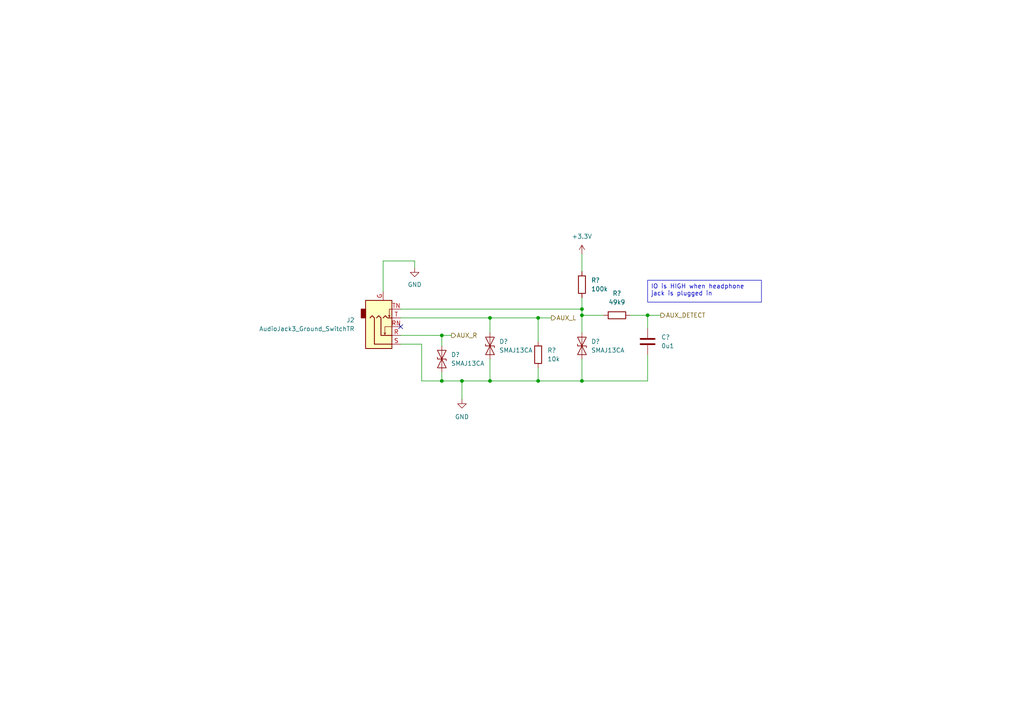
<source format=kicad_sch>
(kicad_sch (version 20230121) (generator eeschema)
  (paper "A4")
  (lib_symbols
    (symbol "Connector_Audio:AudioJack3_Ground_SwitchTR"
      (property "Reference" "J" (at 0 8.89 0))
      (property "Value" "AudioJack3_Ground_SwitchTR" (at 0 6.35 0))
      (symbol "AudioJack3_Ground_SwitchTR_0_1"
        (rectangle (start -5.08 -5.08) (end -6.35 -7.62) (stroke (width 0.254)) (fill (type outline)))
        (polyline (pts (xy 0.508 -0.254) (xy 0.762 -0.762)))
        (polyline (pts (xy 1.778 -5.334) (xy 2.032 -5.842)))
        (polyline (pts (xy 0 -5.08) (xy 0.635 -5.715) (xy 1.27 -5.08) (xy 2.54 -5.08)) (stroke (width 0.254)))
        (polyline (pts (xy 2.54 -7.62) (xy 1.778 -7.62) (xy 1.778 -5.334) (xy 1.524 -5.842)))
        (polyline (pts (xy 2.54 -2.54) (xy 0.508 -2.54) (xy 0.508 -0.254) (xy 0.254 -0.762)))
        (polyline (pts (xy -1.905 -5.08) (xy -1.27 -5.715) (xy -0.635 -5.08) (xy -0.635 0) (xy 2.54 0)) (stroke (width 0.254)))
        (polyline (pts (xy 2.54 2.54) (xy -2.54 2.54) (xy -2.54 -5.08) (xy -3.175 -5.715) (xy -3.81 -5.08)) (stroke (width 0.254)))
        (rectangle (start 2.54 3.81) (end -5.08 -10.16) (stroke (width 0.254)) (fill (type background)))
      )
      (symbol "AudioJack3_Ground_SwitchTR_1_1"
        (pin passive line (at 0 -12.7 90) (length 2.54) (name "~") (number "G"))
        (pin passive line (at 5.08 0 180) (length 2.54) (name "~") (number "R"))
        (pin passive line (at 5.08 -2.54 180) (length 2.54) (name "~") (number "RN"))
        (pin passive line (at 5.08 2.54 180) (length 2.54) (name "~") (number "S"))
        (pin passive line (at 5.08 -5.08 180) (length 2.54) (name "~") (number "T"))
        (pin passive line (at 5.08 -7.62 180) (length 2.54) (name "~") (number "TN"))
      )
    )
    (symbol "Device:C" (pin_numbers hide) (pin_names (offset 0.254))
      (property "Reference" "C" (at 0.635 2.54 0))
      (property "Value" "C" (at 0.635 -2.54 0))
      (symbol "C_0_1"
        (polyline (pts (xy -2.032 -0.762) (xy 2.032 -0.762)) (stroke (width 0.508)))
        (polyline (pts (xy -2.032 0.762) (xy 2.032 0.762)) (stroke (width 0.508)))
      )
      (symbol "C_1_1"
        (pin passive line (at 0 3.81 270) (length 2.794) (name "~") (number "1"))
        (pin passive line (at 0 -3.81 90) (length 2.794) (name "~") (number "2"))
      )
    )
    (symbol "Device:R" (pin_numbers hide) (pin_names (offset 0))
      (property "Reference" "R" (at 2.032 0 90))
      (property "Value" "R" (at 0 0 90))
      (symbol "R_0_1"
        (rectangle (start -1.016 -2.54) (end 1.016 2.54) (stroke (width 0.254)))
      )
      (symbol "R_1_1"
        (pin passive line (at 0 3.81 270) (length 1.27) (name "~") (number "1"))
        (pin passive line (at 0 -3.81 90) (length 1.27) (name "~") (number "2"))
      )
    )
    (symbol "Diode:SMAJ13CA" (pin_numbers hide) (pin_names (offset 1.016) hide)
      (property "Reference" "D" (at 0 2.54 0))
      (property "Value" "SMAJ13CA" (at 0 -2.54 0))
      (symbol "SMAJ13CA_0_1"
        (polyline (pts (xy 1.27 0) (xy -1.27 0)))
        (polyline (pts (xy -2.54 -1.27) (xy 0 0) (xy -2.54 1.27) (xy -2.54 -1.27)) (stroke (width 0.2032)))
        (polyline (pts (xy 0.508 1.27) (xy 0 1.27) (xy 0 -1.27) (xy -0.508 -1.27)) (stroke (width 0.2032)))
        (polyline (pts (xy 2.54 1.27) (xy 2.54 -1.27) (xy 0 0) (xy 2.54 1.27)) (stroke (width 0.2032)))
      )
      (symbol "SMAJ13CA_1_1"
        (pin passive line (at -3.81 0 0) (length 2.54) (name "A1") (number "1"))
        (pin passive line (at 3.81 0 180) (length 2.54) (name "A2") (number "2"))
      )
    )
    (symbol "power:+3.3V" (power) (pin_names (offset 0))
      (property "Value" "+3.3V" (at 0 3.556 0))
      (symbol "+3.3V_0_1"
        (polyline (pts (xy -0.762 1.27) (xy 0 2.54)))
        (polyline (pts (xy 0 0) (xy 0 2.54)))
        (polyline (pts (xy 0 2.54) (xy 0.762 1.27)))
      )
      (symbol "+3.3V_1_1"
        (pin power_in line (at 0 0 90) (length 0) hide (name "+3.3V") (number "1"))
      )
    )
    (symbol "power:GND" (power) (pin_names (offset 0))
      (property "Value" "GND" (at 0 -3.81 0))
      (symbol "GND_0_1"
        (polyline (pts (xy 0 0) (xy 0 -1.27) (xy 1.27 -1.27) (xy 0 -2.54) (xy -1.27 -1.27) (xy 0 -1.27)))
      )
      (symbol "GND_1_1"
        (pin power_in line (at 0 0 270) (length 0) hide (name "GND") (number "1"))
      )
    )
  )
  (junction (at 156.083 110.49))
  (junction (at 156.083 92.202))
  (junction (at 168.783 91.44))
  (junction (at 168.783 110.49))
  (junction (at 128.143 110.49))
  (junction (at 187.833 91.44))
  (junction (at 142.113 110.49))
  (junction (at 133.985 110.49))
  (junction (at 128.143 97.282))
  (junction (at 142.113 92.202))
  (junction (at 168.783 89.662))
  (no_connect (at 116.205 94.742))
  (wire (pts (xy 128.143 107.95) (xy 128.143 110.49)))
  (wire (pts (xy 156.083 110.49) (xy 168.783 110.49)))
  (wire (pts (xy 168.783 86.36) (xy 168.783 89.662)))
  (wire (pts (xy 128.143 110.49) (xy 133.985 110.49)))
  (wire (pts (xy 111.125 84.582) (xy 111.125 75.692)))
  (wire (pts (xy 111.125 75.692) (xy 120.269 75.692)))
  (wire (pts (xy 168.783 110.49) (xy 187.833 110.49)))
  (wire (pts (xy 130.937 97.282) (xy 128.143 97.282)))
  (wire (pts (xy 156.083 92.202) (xy 156.083 99.06)))
  (wire (pts (xy 133.985 110.49) (xy 142.113 110.49)))
  (wire (pts (xy 116.205 97.282) (xy 128.143 97.282)))
  (wire (pts (xy 120.269 75.692) (xy 120.269 77.724)))
  (wire (pts (xy 133.985 115.824) (xy 133.985 110.49)))
  (wire (pts (xy 128.143 97.282) (xy 128.143 100.33)))
  (wire (pts (xy 122.301 99.822) (xy 122.301 110.49)))
  (wire (pts (xy 187.833 102.87) (xy 187.833 110.49)))
  (wire (pts (xy 116.205 99.822) (xy 122.301 99.822)))
  (wire (pts (xy 142.113 92.202) (xy 142.113 96.52)))
  (wire (pts (xy 156.083 106.68) (xy 156.083 110.49)))
  (wire (pts (xy 182.753 91.44) (xy 187.833 91.44)))
  (wire (pts (xy 142.113 110.49) (xy 156.083 110.49)))
  (wire (pts (xy 168.783 104.14) (xy 168.783 110.49)))
  (wire (pts (xy 156.083 92.202) (xy 159.893 92.202)))
  (wire (pts (xy 142.113 92.202) (xy 156.083 92.202)))
  (wire (pts (xy 187.833 91.44) (xy 187.833 95.25)))
  (wire (pts (xy 116.205 92.202) (xy 142.113 92.202)))
  (wire (pts (xy 168.783 91.44) (xy 168.783 96.52)))
  (wire (pts (xy 142.113 104.14) (xy 142.113 110.49)))
  (wire (pts (xy 187.833 91.44) (xy 191.643 91.44)))
  (wire (pts (xy 168.783 89.662) (xy 168.783 91.44)))
  (wire (pts (xy 122.301 110.49) (xy 128.143 110.49)))
  (wire (pts (xy 168.783 91.44) (xy 175.133 91.44)))
  (wire (pts (xy 116.205 89.662) (xy 168.783 89.662)))
  (wire (pts (xy 168.783 73.66) (xy 168.783 78.74)))
  (text_box "IO is HIGH when headphone jack is plugged in" (at 187.833 81.28 0) (size 33.02 6.35) (effects (font (size 1.27 1.27)) (justify left top)))
  (hierarchical_label "AUX_L" (shape output) (at 159.893 92.202 0))
  (hierarchical_label "AUX_DETECT" (shape output) (at 191.643 91.44 0))
  (hierarchical_label "AUX_R" (shape output) (at 130.937 97.282 0))
  (symbol (lib_id "Diode:SMAJ13CA") (at 168.783 100.33 270) (unit 1)
    (property "Reference" "D?" (at 171.45 99.06 90) (effects (justify left)))
    (property "Value" "SMAJ13CA" (at 171.45 101.6 90) (effects (justify left)))
    (property "Footprint" "Diode_SMD:D_SMA" (effects hide))
    (property "Datasheet" "https://www.littelfuse.com/media?resourcetype=datasheets&itemid=75e32973-b177-4ee3-a0ff-cedaf1abdb93&filename=smaj-datasheet" (effects hide))
    (instances (project "dab-radio-alarm" (path "" (reference "D?") (unit 1)) (path "" (reference "D?") (unit 1)) (path "" (reference "D6") (unit 1))))
  )
  (symbol (lib_id "power:GND") (at 120.269 77.724 0) (unit 1)
    (property "Reference" "#PWR036" (effects hide))
    (property "Value" "GND" (at 120.269 82.55 0))
  )
  (symbol (lib_id "Device:R") (at 178.943 91.44 90) (unit 1)
    (property "Reference" "R?" (at 178.943 85.09 90))
    (property "Value" "49k9" (at 178.943 87.63 90))
    (property "Footprint" "Resistor_SMD:R_0402_1005Metric" (effects hide))
    (instances (project "dab-radio-alarm" (path "" (reference "R?") (unit 1)) (path "" (reference "R6") (unit 1))))
  )
  (symbol (lib_id "power:GND") (at 133.985 115.824 0) (unit 1)
    (property "Reference" "#PWR?" (effects hide))
    (property "Value" "GND" (at 133.985 120.904 0))
    (instances (project "dab-radio-alarm" (path "" (reference "#PWR?") (unit 1)) (path "" (reference "#PWR0100") (unit 1))))
  )
  (symbol (lib_id "Diode:SMAJ13CA") (at 142.113 100.33 270) (unit 1)
    (property "Reference" "D?" (at 144.78 99.06 90) (effects (justify left)))
    (property "Value" "SMAJ13CA" (at 144.78 101.6 90) (effects (justify left)))
    (property "Footprint" "Diode_SMD:D_SMA" (effects hide))
    (property "Datasheet" "https://www.littelfuse.com/media?resourcetype=datasheets&itemid=75e32973-b177-4ee3-a0ff-cedaf1abdb93&filename=smaj-datasheet" (effects hide))
    (instances (project "dab-radio-alarm" (path "" (reference "D?") (unit 1)) (path "" (reference "D?") (unit 1)) (path "" (reference "D5") (unit 1))))
  )
  (symbol (lib_id "Diode:SMAJ13CA") (at 128.143 104.14 270) (unit 1)
    (property "Reference" "D?" (at 130.81 102.87 90) (effects (justify left)))
    (property "Value" "SMAJ13CA" (at 130.81 105.41 90) (effects (justify left)))
    (property "Footprint" "Diode_SMD:D_SMA" (effects hide))
    (property "Datasheet" "https://www.littelfuse.com/media?resourcetype=datasheets&itemid=75e32973-b177-4ee3-a0ff-cedaf1abdb93&filename=smaj-datasheet" (effects hide))
    (instances (project "dab-radio-alarm" (path "" (reference "D?") (unit 1)) (path "" (reference "D?") (unit 1)) (path "" (reference "D4") (unit 1))))
  )
  (symbol (lib_id "Device:R") (at 168.783 82.55 0) (unit 1)
    (property "Reference" "R?" (at 171.45 81.28 0) (effects (justify left)))
    (property "Value" "100k" (at 171.45 83.82 0) (effects (justify left)))
    (property "Footprint" "Resistor_SMD:R_0402_1005Metric" (effects hide))
    (instances (project "dab-radio-alarm" (path "" (reference "R?") (unit 1)) (path "" (reference "R5") (unit 1))))
  )
  (symbol (lib_id "Device:R") (at 156.083 102.87 0) (unit 1)
    (property "Reference" "R?" (at 158.75 101.6 0) (effects (justify left)))
    (property "Value" "10k" (at 158.75 104.14 0) (effects (justify left)))
    (property "Footprint" "Resistor_SMD:R_0402_1005Metric" (effects hide))
    (instances (project "dab-radio-alarm" (path "" (reference "R?") (unit 1)) (path "" (reference "R4") (unit 1))))
  )
  (symbol (lib_id "Device:C") (at 187.833 99.06 0) (unit 1)
    (property "Reference" "C?" (at 191.77 97.79 0) (effects (justify left)))
    (property "Value" "0u1" (at 191.77 100.33 0) (effects (justify left)))
    (property "Footprint" "Capacitor_SMD:C_0402_1005Metric" (effects hide))
    (instances (project "dab-radio-alarm" (path "" (reference "C?") (unit 1)) (path "" (reference "C12") (unit 1))))
  )
  (symbol (lib_id "Connector_Audio:AudioJack3_Ground_SwitchTR") (at 111.125 97.282 0) (mirror x) (unit 1)
    (property "Reference" "J2" (at 102.87 92.837 0) (effects (justify right)))
    (property "Value" "AudioJack3_Ground_SwitchTR" (at 102.87 95.377 0) (effects (justify right)))
    (property "Footprint" "Connector_Audio:Jack_3.5mm_PJ31060-I_Horizontal_1" (effects hide))
  )
  (symbol (lib_id "power:+3.3V") (at 168.783 73.66 0) (unit 1)
    (property "Reference" "#PWR?" (effects hide))
    (property "Value" "+3.3V" (at 168.783 68.58 0))
    (instances (project "dab-radio-alarm" (path "" (reference "#PWR?") (unit 1)) (path "" (reference "#PWR0101") (unit 1))))
  )
)
</source>
